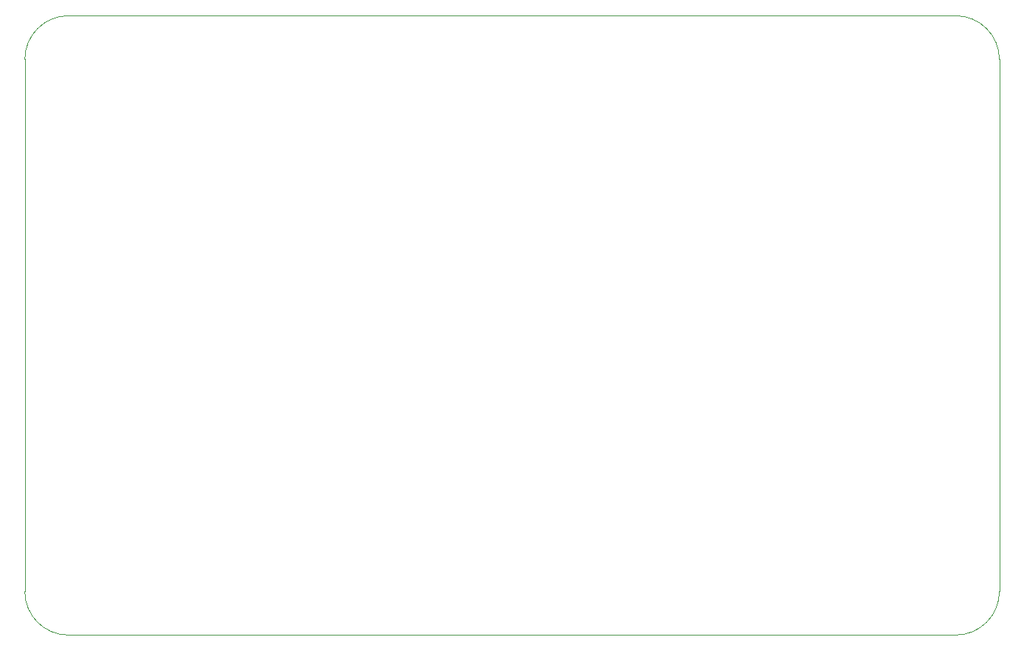
<source format=gbr>
G04 #@! TF.GenerationSoftware,KiCad,Pcbnew,7.0.1*
G04 #@! TF.CreationDate,2023-04-19T15:00:59-05:00*
G04 #@! TF.ProjectId,binary_clock,62696e61-7279-45f6-936c-6f636b2e6b69,rev?*
G04 #@! TF.SameCoordinates,Original*
G04 #@! TF.FileFunction,Profile,NP*
%FSLAX46Y46*%
G04 Gerber Fmt 4.6, Leading zero omitted, Abs format (unit mm)*
G04 Created by KiCad (PCBNEW 7.0.1) date 2023-04-19 15:00:59*
%MOMM*%
%LPD*%
G01*
G04 APERTURE LIST*
G04 #@! TA.AperFunction,Profile*
%ADD10C,0.100000*%
G04 #@! TD*
G04 APERTURE END LIST*
D10*
X190580000Y-137160000D02*
G75*
G03*
X195580000Y-132160000I0J5000000D01*
G01*
X195580000Y-71040000D02*
X195580000Y-132160000D01*
X88820000Y-66040000D02*
X190580000Y-66040000D01*
X83820000Y-132160000D02*
X83820000Y-71040000D01*
X83820000Y-132160000D02*
G75*
G03*
X88820000Y-137160000I5000000J0D01*
G01*
X190580000Y-137160000D02*
X88820000Y-137160000D01*
X88820000Y-66040000D02*
G75*
G03*
X83820000Y-71040000I0J-5000000D01*
G01*
X195580000Y-71040000D02*
G75*
G03*
X190580000Y-66040000I-5000000J0D01*
G01*
M02*

</source>
